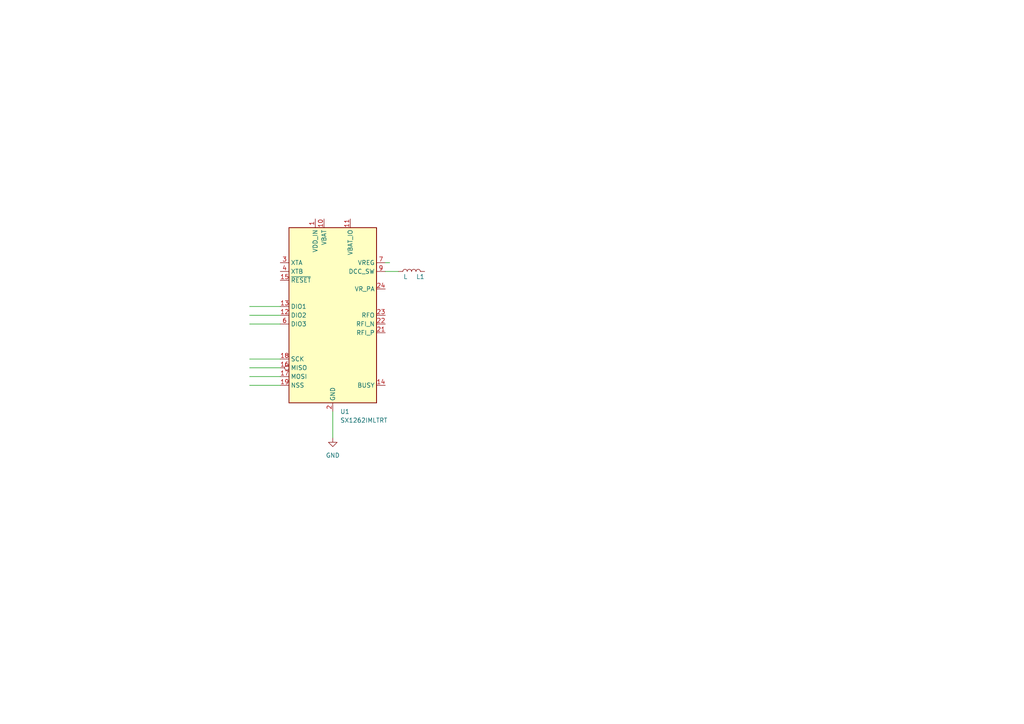
<source format=kicad_sch>
(kicad_sch (version 20250114) (generator "eeschema") (generator_version "9.0")
  (paper "A4")
  (lib_symbols
    (symbol "Device:L" (pin_numbers (hide yes)) (pin_names (offset 1.016) (hide yes))
      (property "Reference" "L" (at -1.27 0 90))
      (property "Value" "L" (at 1.905 0 90))
      (symbol "L_0_1"
        (arc (start 0 2.54) (mid 0.6323 1.905) (end 0 1.27))
        (arc (start 0 1.27) (mid 0.6323 0.635) (end 0 0))
        (arc (start 0 0) (mid 0.6323 -0.635) (end 0 -1.27))
        (arc (start 0 -1.27) (mid 0.6323 -1.905) (end 0 -2.54))
      )
      (symbol "L_1_1"
        (pin passive line (at 0 3.81 270) (length 1.27) (name "1") (number "1"))
        (pin passive line (at 0 -3.81 90) (length 1.27) (name "2") (number "2"))
      )
    )
    (symbol "RF:SX1262IMLTRT"
      (property "Reference" "U" (at 13.97 24.13 0))
      (property "Value" "SX1262IMLTRT" (at 13.97 21.59 0))
      (symbol "SX1262IMLTRT_0_1"
        (rectangle (start -12.7 25.4) (end 12.7 -25.4) (stroke (width 0.254)) (fill (type background)))
      )
      (symbol "SX1262IMLTRT_1_1"
        (pin bidirectional line (at -15.24 15.24 0) (length 2.54) (name "XTA") (number "3"))
        (pin bidirectional line (at -15.24 12.7 0) (length 2.54) (name "XTB") (number "4"))
        (pin input line (at -15.24 10.16 0) (length 2.54) (name "~{RESET}") (number "15"))
        (pin bidirectional line (at -15.24 2.54 0) (length 2.54) (name "DIO1") (number "13"))
        (pin bidirectional line (at -15.24 0 0) (length 2.54) (name "DIO2") (number "12"))
        (pin bidirectional line (at -15.24 -2.54 0) (length 2.54) (name "DIO3") (number "6"))
        (pin input line (at -15.24 -12.7 0) (length 2.54) (name "SCK") (number "18"))
        (pin tri_state inverted (at -15.24 -15.24 0) (length 2.54) (name "MISO") (number "16"))
        (pin input line (at -15.24 -17.78 0) (length 2.54) (name "MOSI") (number "17"))
        (pin input line (at -15.24 -20.32 0) (length 2.54) (name "NSS") (number "19"))
        (pin power_in line (at -5.08 27.94 270) (length 2.54) (name "VDD_IN") (number "1"))
        (pin power_in line (at -2.54 27.94 270) (length 2.54) (name "VBAT") (number "10"))
        (pin power_in line (at 0 -27.94 90) (length 2.54) (name "GND") (number "2"))
        (pin passive line (at 0 -27.94 90) (length 2.54) (hide yes) (name "GND") (number "20"))
        (pin passive line (at 0 -27.94 90) (length 2.54) (hide yes) (name "GND") (number "25"))
        (pin passive line (at 0 -27.94 90) (length 2.54) (hide yes) (name "GND") (number "5"))
        (pin passive line (at 0 -27.94 90) (length 2.54) (hide yes) (name "GND") (number "8"))
        (pin power_in line (at 5.08 27.94 270) (length 2.54) (name "VBAT_IO") (number "11"))
        (pin power_out line (at 15.24 15.24 180) (length 2.54) (name "VREG") (number "7"))
        (pin power_out line (at 15.24 12.7 180) (length 2.54) (name "DCC_SW") (number "9"))
        (pin power_out line (at 15.24 7.62 180) (length 2.54) (name "VR_PA") (number "24"))
        (pin output line (at 15.24 0 180) (length 2.54) (name "RFO") (number "23"))
        (pin input line (at 15.24 -2.54 180) (length 2.54) (name "RFI_N") (number "22"))
        (pin input line (at 15.24 -5.08 180) (length 2.54) (name "RFI_P") (number "21"))
        (pin output line (at 15.24 -20.32 180) (length 2.54) (name "BUSY") (number "14"))
      )
    )
    (symbol "power:GND" (power) (pin_numbers (hide yes)) (pin_names (offset 0) (hide yes))
      (property "Value" "GND" (at 0 -3.81 0))
      (symbol "GND_0_1"
        (polyline (pts (xy 0 0) (xy 0 -1.27) (xy 1.27 -1.27) (xy 0 -2.54) (xy -1.27 -1.27) (xy 0 -1.27)))
      )
      (symbol "GND_1_1"
        (pin power_in line (at 0 0 270) (length 0) (name "~") (number "1"))
      )
    )
  )
  (wire (pts (xy 72.39 111.76) (xy 81.28 111.76)))
  (wire (pts (xy 72.39 106.68) (xy 81.28 106.68)))
  (wire (pts (xy 72.39 93.98) (xy 81.28 93.98)))
  (wire (pts (xy 72.39 91.44) (xy 81.28 91.44)))
  (wire (pts (xy 111.76 78.74) (xy 115.57 78.74)))
  (wire (pts (xy 111.76 76.2) (xy 113.03 76.2)))
  (wire (pts (xy 72.39 104.14) (xy 81.28 104.14)))
  (wire (pts (xy 96.52 119.38) (xy 96.52 127)))
  (wire (pts (xy 72.39 88.9) (xy 81.28 88.9)))
  (wire (pts (xy 72.39 109.22) (xy 81.28 109.22)))
  (symbol (lib_id "Device:L") (at 119.38 78.74 90) (unit 1)
    (property "Reference" "L1" (at 121.92 80.264 90))
    (property "Value" "L" (at 117.602 80.264 90))
    (property "Description" "Inductor" (effects (hide yes)))
  )
  (symbol (lib_id "RF:SX1262IMLTRT") (at 96.52 91.44 0) (unit 1)
    (property "Reference" "U1" (at 98.6633 119.38 0) (effects (justify left)))
    (property "Value" "SX1262IMLTRT" (at 98.6633 121.92 0) (effects (justify left)))
    (property "Footprint" "Package_DFN_QFN:QFN-24-1EP_4x4mm_P0.5mm_EP2.6x2.6mm" (effects (hide yes)))
    (property "Datasheet" "https://semtech.file.force.com/sfc/dist/version/download/?oid=00DE0000000JelG&ids=0682R00000IjPWSQA3&d=%2Fa%2F2R000000Un7F%2FyT.fKdAr9ZAo3cJLc4F2cBdUsMftpT2vsOICP7NmvMo" (effects (hide yes)))
    (property "Description" "150 MHz to 960 MHz Low Power Long Range Transceiver, 22dBm output power, spreading factor from 5 to 12, LoRA, QFN-24" (effects (hide yes)))
  )
  (symbol (lib_id "power:GND") (at 96.52 127 0) (unit 1)
    (property "Reference" "#PWR01" (effects (hide yes)))
    (property "Value" "GND" (at 96.52 132.08 0))
    (property "Description" "Power symbol creates a global label with name \"GND\" , ground" (effects (hide yes)))
  )
)
</source>
